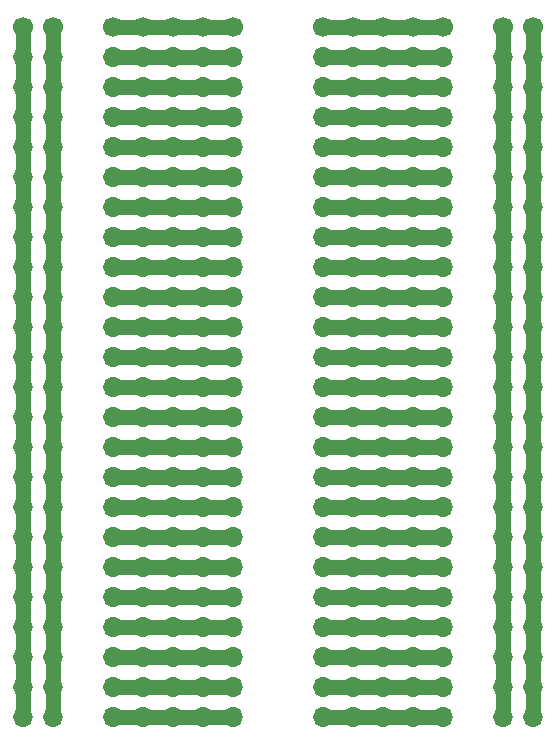
<source format=gbl>
G04 #@! TF.GenerationSoftware,KiCad,Pcbnew,(6.0.8-1)-1*
G04 #@! TF.CreationDate,2022-11-13T23:51:14-06:00*
G04 #@! TF.ProjectId,BlocksBreadboard,426c6f63-6b73-4427-9265-6164626f6172,rev?*
G04 #@! TF.SameCoordinates,Original*
G04 #@! TF.FileFunction,Copper,L2,Bot*
G04 #@! TF.FilePolarity,Positive*
%FSLAX46Y46*%
G04 Gerber Fmt 4.6, Leading zero omitted, Abs format (unit mm)*
G04 Created by KiCad (PCBNEW (6.0.8-1)-1) date 2022-11-13 23:51:14*
%MOMM*%
%LPD*%
G01*
G04 APERTURE LIST*
G04 #@! TA.AperFunction,ComponentPad*
%ADD10C,1.700000*%
G04 #@! TD*
G04 #@! TA.AperFunction,ComponentPad*
%ADD11O,1.700000X1.700000*%
G04 #@! TD*
G04 #@! TA.AperFunction,Conductor*
%ADD12C,1.270000*%
G04 #@! TD*
G04 APERTURE END LIST*
D10*
X132080000Y-50810000D03*
D11*
X132080000Y-53350000D03*
X132080000Y-55890000D03*
X132080000Y-58430000D03*
X132080000Y-60970000D03*
X132080000Y-63510000D03*
X132080000Y-66050000D03*
X132080000Y-68590000D03*
X132080000Y-71130000D03*
X132080000Y-73670000D03*
X132080000Y-76210000D03*
X132080000Y-78750000D03*
X132080000Y-81290000D03*
X132080000Y-83830000D03*
X132080000Y-86370000D03*
X132080000Y-88910000D03*
X132080000Y-91450000D03*
X132080000Y-93990000D03*
X132080000Y-96530000D03*
X132080000Y-99070000D03*
X132080000Y-101610000D03*
X132080000Y-104150000D03*
X132080000Y-106690000D03*
X132080000Y-109230000D03*
D10*
X160020000Y-50810000D03*
D11*
X160020000Y-53350000D03*
X160020000Y-55890000D03*
X160020000Y-58430000D03*
X160020000Y-60970000D03*
X160020000Y-63510000D03*
X160020000Y-66050000D03*
X160020000Y-68590000D03*
X160020000Y-71130000D03*
X160020000Y-73670000D03*
X160020000Y-76210000D03*
X160020000Y-78750000D03*
X160020000Y-81290000D03*
X160020000Y-83830000D03*
X160020000Y-86370000D03*
X160020000Y-88910000D03*
X160020000Y-91450000D03*
X160020000Y-93990000D03*
X160020000Y-96530000D03*
X160020000Y-99070000D03*
X160020000Y-101610000D03*
X160020000Y-104150000D03*
X160020000Y-106690000D03*
X160020000Y-109230000D03*
D10*
X134620000Y-50810000D03*
D11*
X134620000Y-53350000D03*
X134620000Y-55890000D03*
X134620000Y-58430000D03*
X134620000Y-60970000D03*
X134620000Y-63510000D03*
X134620000Y-66050000D03*
X134620000Y-68590000D03*
X134620000Y-71130000D03*
X134620000Y-73670000D03*
X134620000Y-76210000D03*
X134620000Y-78750000D03*
X134620000Y-81290000D03*
X134620000Y-83830000D03*
X134620000Y-86370000D03*
X134620000Y-88910000D03*
X134620000Y-91450000D03*
X134620000Y-93990000D03*
X134620000Y-96530000D03*
X134620000Y-99070000D03*
X134620000Y-101610000D03*
X134620000Y-104150000D03*
X134620000Y-106690000D03*
X134620000Y-109230000D03*
D10*
X157480000Y-50810000D03*
D11*
X157480000Y-53350000D03*
X157480000Y-55890000D03*
X157480000Y-58430000D03*
X157480000Y-60970000D03*
X157480000Y-63510000D03*
X157480000Y-66050000D03*
X157480000Y-68590000D03*
X157480000Y-71130000D03*
X157480000Y-73670000D03*
X157480000Y-76210000D03*
X157480000Y-78750000D03*
X157480000Y-81290000D03*
X157480000Y-83830000D03*
X157480000Y-86370000D03*
X157480000Y-88910000D03*
X157480000Y-91450000D03*
X157480000Y-93990000D03*
X157480000Y-96530000D03*
X157480000Y-99070000D03*
X157480000Y-101610000D03*
X157480000Y-104150000D03*
X157480000Y-106690000D03*
X157480000Y-109230000D03*
D10*
X124460000Y-50810000D03*
D11*
X124460000Y-53350000D03*
X124460000Y-55890000D03*
X124460000Y-58430000D03*
X124460000Y-60970000D03*
X124460000Y-63510000D03*
X124460000Y-66050000D03*
X124460000Y-68590000D03*
X124460000Y-71130000D03*
X124460000Y-73670000D03*
X124460000Y-76210000D03*
X124460000Y-78750000D03*
X124460000Y-81290000D03*
X124460000Y-83830000D03*
X124460000Y-86370000D03*
X124460000Y-88910000D03*
X124460000Y-91450000D03*
X124460000Y-93990000D03*
X124460000Y-96530000D03*
X124460000Y-99070000D03*
X124460000Y-101610000D03*
X124460000Y-104150000D03*
X124460000Y-106690000D03*
X124460000Y-109230000D03*
D10*
X149860000Y-50810000D03*
D11*
X149860000Y-53350000D03*
X149860000Y-55890000D03*
X149860000Y-58430000D03*
X149860000Y-60970000D03*
X149860000Y-63510000D03*
X149860000Y-66050000D03*
X149860000Y-68590000D03*
X149860000Y-71130000D03*
X149860000Y-73670000D03*
X149860000Y-76210000D03*
X149860000Y-78750000D03*
X149860000Y-81290000D03*
X149860000Y-83830000D03*
X149860000Y-86370000D03*
X149860000Y-88910000D03*
X149860000Y-91450000D03*
X149860000Y-93990000D03*
X149860000Y-96530000D03*
X149860000Y-99070000D03*
X149860000Y-101610000D03*
X149860000Y-104150000D03*
X149860000Y-106690000D03*
X149860000Y-109230000D03*
D10*
X152400000Y-50810000D03*
D11*
X152400000Y-53350000D03*
X152400000Y-55890000D03*
X152400000Y-58430000D03*
X152400000Y-60970000D03*
X152400000Y-63510000D03*
X152400000Y-66050000D03*
X152400000Y-68590000D03*
X152400000Y-71130000D03*
X152400000Y-73670000D03*
X152400000Y-76210000D03*
X152400000Y-78750000D03*
X152400000Y-81290000D03*
X152400000Y-83830000D03*
X152400000Y-86370000D03*
X152400000Y-88910000D03*
X152400000Y-91450000D03*
X152400000Y-93990000D03*
X152400000Y-96530000D03*
X152400000Y-99070000D03*
X152400000Y-101610000D03*
X152400000Y-104150000D03*
X152400000Y-106690000D03*
X152400000Y-109230000D03*
D10*
X165100000Y-50810000D03*
D11*
X165100000Y-53350000D03*
X165100000Y-55890000D03*
X165100000Y-58430000D03*
X165100000Y-60970000D03*
X165100000Y-63510000D03*
X165100000Y-66050000D03*
X165100000Y-68590000D03*
X165100000Y-71130000D03*
X165100000Y-73670000D03*
X165100000Y-76210000D03*
X165100000Y-78750000D03*
X165100000Y-81290000D03*
X165100000Y-83830000D03*
X165100000Y-86370000D03*
X165100000Y-88910000D03*
X165100000Y-91450000D03*
X165100000Y-93990000D03*
X165100000Y-96530000D03*
X165100000Y-99070000D03*
X165100000Y-101610000D03*
X165100000Y-104150000D03*
X165100000Y-106690000D03*
X165100000Y-109230000D03*
D10*
X127000000Y-50810000D03*
D11*
X127000000Y-53350000D03*
X127000000Y-55890000D03*
X127000000Y-58430000D03*
X127000000Y-60970000D03*
X127000000Y-63510000D03*
X127000000Y-66050000D03*
X127000000Y-68590000D03*
X127000000Y-71130000D03*
X127000000Y-73670000D03*
X127000000Y-76210000D03*
X127000000Y-78750000D03*
X127000000Y-81290000D03*
X127000000Y-83830000D03*
X127000000Y-86370000D03*
X127000000Y-88910000D03*
X127000000Y-91450000D03*
X127000000Y-93990000D03*
X127000000Y-96530000D03*
X127000000Y-99070000D03*
X127000000Y-101610000D03*
X127000000Y-104150000D03*
X127000000Y-106690000D03*
X127000000Y-109230000D03*
D10*
X139700000Y-50810000D03*
D11*
X139700000Y-53350000D03*
X139700000Y-55890000D03*
X139700000Y-58430000D03*
X139700000Y-60970000D03*
X139700000Y-63510000D03*
X139700000Y-66050000D03*
X139700000Y-68590000D03*
X139700000Y-71130000D03*
X139700000Y-73670000D03*
X139700000Y-76210000D03*
X139700000Y-78750000D03*
X139700000Y-81290000D03*
X139700000Y-83830000D03*
X139700000Y-86370000D03*
X139700000Y-88910000D03*
X139700000Y-91450000D03*
X139700000Y-93990000D03*
X139700000Y-96530000D03*
X139700000Y-99070000D03*
X139700000Y-101610000D03*
X139700000Y-104150000D03*
X139700000Y-106690000D03*
X139700000Y-109230000D03*
D10*
X137160000Y-50810000D03*
D11*
X137160000Y-53350000D03*
X137160000Y-55890000D03*
X137160000Y-58430000D03*
X137160000Y-60970000D03*
X137160000Y-63510000D03*
X137160000Y-66050000D03*
X137160000Y-68590000D03*
X137160000Y-71130000D03*
X137160000Y-73670000D03*
X137160000Y-76210000D03*
X137160000Y-78750000D03*
X137160000Y-81290000D03*
X137160000Y-83830000D03*
X137160000Y-86370000D03*
X137160000Y-88910000D03*
X137160000Y-91450000D03*
X137160000Y-93990000D03*
X137160000Y-96530000D03*
X137160000Y-99070000D03*
X137160000Y-101610000D03*
X137160000Y-104150000D03*
X137160000Y-106690000D03*
X137160000Y-109230000D03*
D10*
X154940000Y-50810000D03*
D11*
X154940000Y-53350000D03*
X154940000Y-55890000D03*
X154940000Y-58430000D03*
X154940000Y-60970000D03*
X154940000Y-63510000D03*
X154940000Y-66050000D03*
X154940000Y-68590000D03*
X154940000Y-71130000D03*
X154940000Y-73670000D03*
X154940000Y-76210000D03*
X154940000Y-78750000D03*
X154940000Y-81290000D03*
X154940000Y-83830000D03*
X154940000Y-86370000D03*
X154940000Y-88910000D03*
X154940000Y-91450000D03*
X154940000Y-93990000D03*
X154940000Y-96530000D03*
X154940000Y-99070000D03*
X154940000Y-101610000D03*
X154940000Y-104150000D03*
X154940000Y-106690000D03*
X154940000Y-109230000D03*
D10*
X167640000Y-50810000D03*
D11*
X167640000Y-53350000D03*
X167640000Y-55890000D03*
X167640000Y-58430000D03*
X167640000Y-60970000D03*
X167640000Y-63510000D03*
X167640000Y-66050000D03*
X167640000Y-68590000D03*
X167640000Y-71130000D03*
X167640000Y-73670000D03*
X167640000Y-76210000D03*
X167640000Y-78750000D03*
X167640000Y-81290000D03*
X167640000Y-83830000D03*
X167640000Y-86370000D03*
X167640000Y-88910000D03*
X167640000Y-91450000D03*
X167640000Y-93990000D03*
X167640000Y-96530000D03*
X167640000Y-99070000D03*
X167640000Y-101610000D03*
X167640000Y-104150000D03*
X167640000Y-106690000D03*
X167640000Y-109230000D03*
D10*
X142240000Y-50810000D03*
D11*
X142240000Y-53350000D03*
X142240000Y-55890000D03*
X142240000Y-58430000D03*
X142240000Y-60970000D03*
X142240000Y-63510000D03*
X142240000Y-66050000D03*
X142240000Y-68590000D03*
X142240000Y-71130000D03*
X142240000Y-73670000D03*
X142240000Y-76210000D03*
X142240000Y-78750000D03*
X142240000Y-81290000D03*
X142240000Y-83830000D03*
X142240000Y-86370000D03*
X142240000Y-88910000D03*
X142240000Y-91450000D03*
X142240000Y-93990000D03*
X142240000Y-96530000D03*
X142240000Y-99070000D03*
X142240000Y-101610000D03*
X142240000Y-104150000D03*
X142240000Y-106690000D03*
X142240000Y-109230000D03*
D12*
X167640000Y-50810000D02*
X167640000Y-109230000D01*
X165100000Y-109230000D02*
X165100000Y-50810000D01*
X149860000Y-50810000D02*
X160020000Y-50810000D01*
X149860000Y-53350000D02*
X160020000Y-53350000D01*
X149860000Y-55890000D02*
X160020000Y-55890000D01*
X149860000Y-58430000D02*
X160020000Y-58430000D01*
X149860000Y-60970000D02*
X160020000Y-60970000D01*
X149860000Y-63510000D02*
X160020000Y-63510000D01*
X149860000Y-66050000D02*
X160020000Y-66050000D01*
X149860000Y-68590000D02*
X160020000Y-68590000D01*
X149860000Y-71130000D02*
X160020000Y-71130000D01*
X149860000Y-73670000D02*
X160020000Y-73670000D01*
X149860000Y-76210000D02*
X160020000Y-76210000D01*
X149860000Y-78750000D02*
X160020000Y-78750000D01*
X149860000Y-81290000D02*
X160020000Y-81290000D01*
X149860000Y-83830000D02*
X160020000Y-83830000D01*
X149860000Y-86370000D02*
X160020000Y-86370000D01*
X149860000Y-88910000D02*
X160020000Y-88910000D01*
X149860000Y-91450000D02*
X160020000Y-91450000D01*
X149860000Y-93990000D02*
X160020000Y-93990000D01*
X149860000Y-96530000D02*
X160020000Y-96530000D01*
X149860000Y-99070000D02*
X160020000Y-99070000D01*
X149860000Y-101610000D02*
X160020000Y-101610000D01*
X149860000Y-104150000D02*
X160020000Y-104150000D01*
X149860000Y-106690000D02*
X160020000Y-106690000D01*
X149860000Y-109230000D02*
X160020000Y-109230000D01*
X132080000Y-50810000D02*
X142240000Y-50810000D01*
X132080000Y-53350000D02*
X142240000Y-53350000D01*
X132080000Y-55890000D02*
X142240000Y-55890000D01*
X132080000Y-58430000D02*
X142240000Y-58430000D01*
X132080000Y-60970000D02*
X142240000Y-60970000D01*
X132080000Y-63510000D02*
X142240000Y-63510000D01*
X132080000Y-66050000D02*
X142240000Y-66050000D01*
X132080000Y-68590000D02*
X142240000Y-68590000D01*
X132080000Y-71130000D02*
X142240000Y-71130000D01*
X132080000Y-73670000D02*
X142240000Y-73670000D01*
X132080000Y-76210000D02*
X142240000Y-76210000D01*
X132080000Y-78750000D02*
X142240000Y-78750000D01*
X132080000Y-81290000D02*
X142240000Y-81290000D01*
X132080000Y-83830000D02*
X142240000Y-83830000D01*
X132080000Y-86370000D02*
X142240000Y-86370000D01*
X132080000Y-88910000D02*
X142240000Y-88910000D01*
X132080000Y-91450000D02*
X142240000Y-91450000D01*
X132080000Y-93990000D02*
X142240000Y-93990000D01*
X132080000Y-96530000D02*
X142240000Y-96530000D01*
X132080000Y-99070000D02*
X142240000Y-99070000D01*
X132080000Y-101610000D02*
X142240000Y-101610000D01*
X132080000Y-104150000D02*
X142240000Y-104150000D01*
X132080000Y-106690000D02*
X142240000Y-106690000D01*
X132080000Y-109230000D02*
X142240000Y-109230000D01*
X127000000Y-50810000D02*
X127000000Y-109230000D01*
X124460000Y-50810000D02*
X124460000Y-109230000D01*
M02*

</source>
